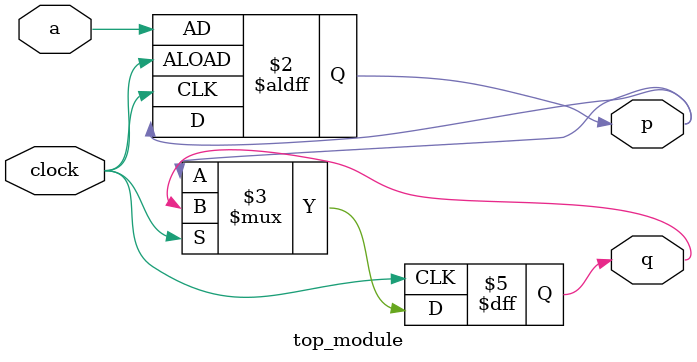
<source format=sv>
module top_module (
    input clock,
    input a, 
    output reg p,
    output reg q
);

    always @(posedge clock or negedge clock) begin
        if (clock) begin
            // p follows 'a' on the rising edge of the clock
            p <= a;
        end else begin
            // q follows 'p' on the falling edge of the clock
            q <= p;
        end
    end

endmodule

</source>
